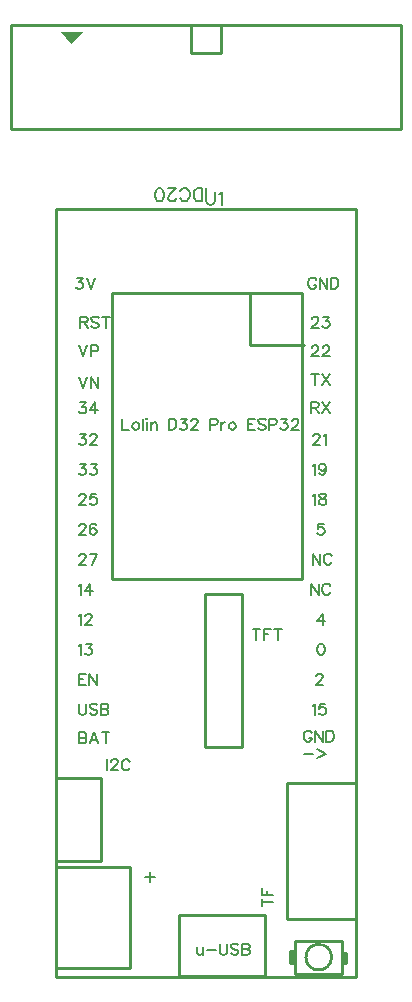
<source format=gto>
G04 Layer: TopSilkscreenLayer*
G04 EasyEDA v6.5.46, 2024-09-28 23:34:46*
G04 85c0222427234e8a8314e13dbd9b54d2,10*
G04 Gerber Generator version 0.2*
G04 Scale: 100 percent, Rotated: No, Reflected: No *
G04 Dimensions in millimeters *
G04 leading zeros omitted , absolute positions ,4 integer and 5 decimal *
%FSLAX45Y45*%
%MOMM*%

%ADD10C,0.1524*%
%ADD11C,0.2032*%
%ADD12C,0.2540*%
%ADD13C,0.2030*%

%LPD*%
D10*
X1485900Y-724915D02*
G01*
X1485900Y-615950D01*
X1451610Y-724915D02*
G01*
X1451610Y-615950D01*
X1451610Y-724915D02*
G01*
X1415287Y-724915D01*
X1399539Y-719836D01*
X1389379Y-709421D01*
X1384045Y-699007D01*
X1378965Y-683260D01*
X1378965Y-657352D01*
X1384045Y-641857D01*
X1389379Y-631444D01*
X1399539Y-621029D01*
X1415287Y-615950D01*
X1451610Y-615950D01*
X1266697Y-699007D02*
G01*
X1271778Y-709421D01*
X1282192Y-719836D01*
X1292605Y-724915D01*
X1313434Y-724915D01*
X1323847Y-719836D01*
X1334262Y-709421D01*
X1339342Y-699007D01*
X1344676Y-683260D01*
X1344676Y-657352D01*
X1339342Y-641857D01*
X1334262Y-631444D01*
X1323847Y-621029D01*
X1313434Y-615950D01*
X1292605Y-615950D01*
X1282192Y-621029D01*
X1271778Y-631444D01*
X1266697Y-641857D01*
X1227073Y-699007D02*
G01*
X1227073Y-704087D01*
X1221994Y-714502D01*
X1216660Y-719836D01*
X1206500Y-724915D01*
X1185671Y-724915D01*
X1175257Y-719836D01*
X1169923Y-714502D01*
X1164844Y-704087D01*
X1164844Y-693673D01*
X1169923Y-683260D01*
X1180337Y-667765D01*
X1232407Y-615950D01*
X1159510Y-615950D01*
X1094231Y-724915D02*
G01*
X1109726Y-719836D01*
X1120139Y-704087D01*
X1125220Y-678179D01*
X1125220Y-662686D01*
X1120139Y-636523D01*
X1109726Y-621029D01*
X1094231Y-615950D01*
X1083818Y-615950D01*
X1068070Y-621029D01*
X1057910Y-636523D01*
X1052576Y-662686D01*
X1052576Y-678179D01*
X1057910Y-704087D01*
X1068070Y-719836D01*
X1083818Y-724915D01*
X1094231Y-724915D01*
D11*
X1408739Y-7042912D02*
G01*
X1408739Y-7088378D01*
X1413311Y-7102094D01*
X1422455Y-7106665D01*
X1435917Y-7106665D01*
X1445061Y-7102094D01*
X1458777Y-7088378D01*
X1458777Y-7042912D02*
G01*
X1458777Y-7106665D01*
X1488749Y-7065518D02*
G01*
X1570537Y-7065518D01*
X1600509Y-7011162D02*
G01*
X1600509Y-7079234D01*
X1605081Y-7092950D01*
X1614225Y-7102094D01*
X1627941Y-7106665D01*
X1636831Y-7106665D01*
X1650547Y-7102094D01*
X1659691Y-7092950D01*
X1664263Y-7079234D01*
X1664263Y-7011162D01*
X1757735Y-7024623D02*
G01*
X1748845Y-7015734D01*
X1735129Y-7011162D01*
X1716841Y-7011162D01*
X1703379Y-7015734D01*
X1694235Y-7024623D01*
X1694235Y-7033768D01*
X1698807Y-7042912D01*
X1703379Y-7047484D01*
X1712269Y-7052055D01*
X1739701Y-7061200D01*
X1748845Y-7065518D01*
X1753163Y-7070089D01*
X1757735Y-7079234D01*
X1757735Y-7092950D01*
X1748845Y-7102094D01*
X1735129Y-7106665D01*
X1716841Y-7106665D01*
X1703379Y-7102094D01*
X1694235Y-7092950D01*
X1787707Y-7011162D02*
G01*
X1787707Y-7106665D01*
X1787707Y-7011162D02*
G01*
X1828855Y-7011162D01*
X1842317Y-7015734D01*
X1846889Y-7020305D01*
X1851461Y-7029195D01*
X1851461Y-7038339D01*
X1846889Y-7047484D01*
X1842317Y-7052055D01*
X1828855Y-7056628D01*
X1787707Y-7056628D02*
G01*
X1828855Y-7056628D01*
X1842317Y-7061200D01*
X1846889Y-7065518D01*
X1851461Y-7074662D01*
X1851461Y-7088378D01*
X1846889Y-7097521D01*
X1842317Y-7102094D01*
X1828855Y-7106665D01*
X1787707Y-7106665D01*
X773684Y-2566162D02*
G01*
X773684Y-2661665D01*
X773684Y-2661665D02*
G01*
X828294Y-2661665D01*
X881126Y-2597912D02*
G01*
X871981Y-2602484D01*
X862837Y-2611628D01*
X858265Y-2625089D01*
X858265Y-2634234D01*
X862837Y-2647950D01*
X871981Y-2657094D01*
X881126Y-2661665D01*
X894587Y-2661665D01*
X903731Y-2657094D01*
X912876Y-2647950D01*
X917447Y-2634234D01*
X917447Y-2625089D01*
X912876Y-2611628D01*
X903731Y-2602484D01*
X894587Y-2597912D01*
X881126Y-2597912D01*
X947420Y-2566162D02*
G01*
X947420Y-2661665D01*
X977392Y-2566162D02*
G01*
X981963Y-2570734D01*
X986536Y-2566162D01*
X981963Y-2561589D01*
X977392Y-2566162D01*
X981963Y-2597912D02*
G01*
X981963Y-2661665D01*
X1016507Y-2597912D02*
G01*
X1016507Y-2661665D01*
X1016507Y-2616200D02*
G01*
X1030223Y-2602484D01*
X1039113Y-2597912D01*
X1052829Y-2597912D01*
X1061973Y-2602484D01*
X1066545Y-2616200D01*
X1066545Y-2661665D01*
X1166368Y-2566162D02*
G01*
X1166368Y-2661665D01*
X1166368Y-2566162D02*
G01*
X1198371Y-2566162D01*
X1211834Y-2570734D01*
X1220978Y-2579623D01*
X1225550Y-2588768D01*
X1230121Y-2602484D01*
X1230121Y-2625089D01*
X1225550Y-2638805D01*
X1220978Y-2647950D01*
X1211834Y-2657094D01*
X1198371Y-2661665D01*
X1166368Y-2661665D01*
X1269237Y-2566162D02*
G01*
X1319276Y-2566162D01*
X1291844Y-2602484D01*
X1305560Y-2602484D01*
X1314704Y-2607055D01*
X1319276Y-2611628D01*
X1323847Y-2625089D01*
X1323847Y-2634234D01*
X1319276Y-2647950D01*
X1310131Y-2657094D01*
X1296415Y-2661665D01*
X1282954Y-2661665D01*
X1269237Y-2657094D01*
X1264665Y-2652521D01*
X1260094Y-2643378D01*
X1358392Y-2588768D02*
G01*
X1358392Y-2584195D01*
X1362710Y-2575305D01*
X1367281Y-2570734D01*
X1376426Y-2566162D01*
X1394713Y-2566162D01*
X1403857Y-2570734D01*
X1408176Y-2575305D01*
X1412747Y-2584195D01*
X1412747Y-2593339D01*
X1408176Y-2602484D01*
X1399286Y-2616200D01*
X1353820Y-2661665D01*
X1417320Y-2661665D01*
X1517395Y-2566162D02*
G01*
X1517395Y-2661665D01*
X1517395Y-2566162D02*
G01*
X1558289Y-2566162D01*
X1572005Y-2570734D01*
X1576578Y-2575305D01*
X1580895Y-2584195D01*
X1580895Y-2597912D01*
X1576578Y-2607055D01*
X1572005Y-2611628D01*
X1558289Y-2616200D01*
X1517395Y-2616200D01*
X1611121Y-2597912D02*
G01*
X1611121Y-2661665D01*
X1611121Y-2625089D02*
G01*
X1615439Y-2611628D01*
X1624584Y-2602484D01*
X1633728Y-2597912D01*
X1647444Y-2597912D01*
X1700021Y-2597912D02*
G01*
X1691131Y-2602484D01*
X1681987Y-2611628D01*
X1677415Y-2625089D01*
X1677415Y-2634234D01*
X1681987Y-2647950D01*
X1691131Y-2657094D01*
X1700021Y-2661665D01*
X1713737Y-2661665D01*
X1722881Y-2657094D01*
X1732026Y-2647950D01*
X1736344Y-2634234D01*
X1736344Y-2625089D01*
X1732026Y-2611628D01*
X1722881Y-2602484D01*
X1713737Y-2597912D01*
X1700021Y-2597912D01*
X1836420Y-2566162D02*
G01*
X1836420Y-2661665D01*
X1836420Y-2566162D02*
G01*
X1895602Y-2566162D01*
X1836420Y-2611628D02*
G01*
X1872742Y-2611628D01*
X1836420Y-2661665D02*
G01*
X1895602Y-2661665D01*
X1989074Y-2579623D02*
G01*
X1980184Y-2570734D01*
X1966468Y-2566162D01*
X1948179Y-2566162D01*
X1934718Y-2570734D01*
X1925573Y-2579623D01*
X1925573Y-2588768D01*
X1930145Y-2597912D01*
X1934718Y-2602484D01*
X1943861Y-2607055D01*
X1971040Y-2616200D01*
X1980184Y-2620518D01*
X1984756Y-2625089D01*
X1989074Y-2634234D01*
X1989074Y-2647950D01*
X1980184Y-2657094D01*
X1966468Y-2661665D01*
X1948179Y-2661665D01*
X1934718Y-2657094D01*
X1925573Y-2647950D01*
X2019300Y-2566162D02*
G01*
X2019300Y-2661665D01*
X2019300Y-2566162D02*
G01*
X2060193Y-2566162D01*
X2073656Y-2570734D01*
X2078227Y-2575305D01*
X2082800Y-2584195D01*
X2082800Y-2597912D01*
X2078227Y-2607055D01*
X2073656Y-2611628D01*
X2060193Y-2616200D01*
X2019300Y-2616200D01*
X2121915Y-2566162D02*
G01*
X2171954Y-2566162D01*
X2144522Y-2602484D01*
X2158238Y-2602484D01*
X2167381Y-2607055D01*
X2171954Y-2611628D01*
X2176525Y-2625089D01*
X2176525Y-2634234D01*
X2171954Y-2647950D01*
X2162809Y-2657094D01*
X2149093Y-2661665D01*
X2135631Y-2661665D01*
X2121915Y-2657094D01*
X2117343Y-2652521D01*
X2112772Y-2643378D01*
X2211070Y-2588768D02*
G01*
X2211070Y-2584195D01*
X2215641Y-2575305D01*
X2220213Y-2570734D01*
X2229104Y-2566162D01*
X2247391Y-2566162D01*
X2256536Y-2570734D01*
X2261108Y-2575305D01*
X2265679Y-2584195D01*
X2265679Y-2593339D01*
X2261108Y-2602484D01*
X2251963Y-2616200D01*
X2206497Y-2661665D01*
X2269997Y-2661665D01*
X1910389Y-4344162D02*
G01*
X1910389Y-4439665D01*
X1878639Y-4344162D02*
G01*
X1942393Y-4344162D01*
X1972365Y-4344162D02*
G01*
X1972365Y-4439665D01*
X1972365Y-4344162D02*
G01*
X2031293Y-4344162D01*
X1972365Y-4389628D02*
G01*
X2008687Y-4389628D01*
X2093269Y-4344162D02*
G01*
X2093269Y-4439665D01*
X2061265Y-4344162D02*
G01*
X2125019Y-4344162D01*
X646739Y-5449062D02*
G01*
X646739Y-5544565D01*
X681283Y-5471668D02*
G01*
X681283Y-5467095D01*
X685855Y-5458205D01*
X690427Y-5453634D01*
X699571Y-5449062D01*
X717605Y-5449062D01*
X726749Y-5453634D01*
X731321Y-5458205D01*
X735893Y-5467095D01*
X735893Y-5476239D01*
X731321Y-5485384D01*
X722177Y-5499100D01*
X676711Y-5544565D01*
X740465Y-5544565D01*
X838509Y-5471668D02*
G01*
X833937Y-5462523D01*
X825047Y-5453634D01*
X815903Y-5449062D01*
X797615Y-5449062D01*
X788471Y-5453634D01*
X779581Y-5462523D01*
X775009Y-5471668D01*
X770437Y-5485384D01*
X770437Y-5507989D01*
X775009Y-5521705D01*
X779581Y-5530850D01*
X788471Y-5539994D01*
X797615Y-5544565D01*
X815903Y-5544565D01*
X825047Y-5539994D01*
X833937Y-5530850D01*
X838509Y-5521705D01*
X1955601Y-6661150D02*
G01*
X2051105Y-6661150D01*
X1955601Y-6692900D02*
G01*
X1955601Y-6629145D01*
X1955601Y-6599173D02*
G01*
X2051105Y-6599173D01*
X1955601Y-6599173D02*
G01*
X1955601Y-6540245D01*
X2001067Y-6599173D02*
G01*
X2001067Y-6562852D01*
X965763Y-6448805D02*
G01*
X1047805Y-6448805D01*
X1006657Y-6489700D02*
G01*
X1006657Y-6407912D01*
X2416611Y-1394968D02*
G01*
X2412293Y-1385823D01*
X2403149Y-1376934D01*
X2394005Y-1372362D01*
X2375717Y-1372362D01*
X2366827Y-1376934D01*
X2357683Y-1385823D01*
X2353111Y-1394968D01*
X2348539Y-1408684D01*
X2348539Y-1431289D01*
X2353111Y-1445005D01*
X2357683Y-1454150D01*
X2366827Y-1463294D01*
X2375717Y-1467865D01*
X2394005Y-1467865D01*
X2403149Y-1463294D01*
X2412293Y-1454150D01*
X2416611Y-1445005D01*
X2416611Y-1431289D01*
X2394005Y-1431289D02*
G01*
X2416611Y-1431289D01*
X2446837Y-1372362D02*
G01*
X2446837Y-1467865D01*
X2446837Y-1372362D02*
G01*
X2510337Y-1467865D01*
X2510337Y-1372362D02*
G01*
X2510337Y-1467865D01*
X2540309Y-1372362D02*
G01*
X2540309Y-1467865D01*
X2540309Y-1372362D02*
G01*
X2572059Y-1372362D01*
X2585775Y-1376934D01*
X2594919Y-1385823D01*
X2599491Y-1394968D01*
X2604063Y-1408684D01*
X2604063Y-1431289D01*
X2599491Y-1445005D01*
X2594919Y-1454150D01*
X2585775Y-1463294D01*
X2572059Y-1467865D01*
X2540309Y-1467865D01*
X2378511Y-1725168D02*
G01*
X2378511Y-1720595D01*
X2383083Y-1711705D01*
X2387655Y-1707134D01*
X2396545Y-1702562D01*
X2414833Y-1702562D01*
X2423977Y-1707134D01*
X2428549Y-1711705D01*
X2433121Y-1720595D01*
X2433121Y-1729739D01*
X2428549Y-1738884D01*
X2419405Y-1752600D01*
X2373939Y-1798065D01*
X2437693Y-1798065D01*
X2476555Y-1702562D02*
G01*
X2526593Y-1702562D01*
X2499415Y-1738884D01*
X2513131Y-1738884D01*
X2522021Y-1743455D01*
X2526593Y-1748028D01*
X2531165Y-1761489D01*
X2531165Y-1770634D01*
X2526593Y-1784350D01*
X2517449Y-1793494D01*
X2503987Y-1798065D01*
X2490271Y-1798065D01*
X2476555Y-1793494D01*
X2472237Y-1788921D01*
X2467665Y-1779778D01*
X2378511Y-1966468D02*
G01*
X2378511Y-1961895D01*
X2383083Y-1953005D01*
X2387655Y-1948434D01*
X2396545Y-1943862D01*
X2414833Y-1943862D01*
X2423977Y-1948434D01*
X2428549Y-1953005D01*
X2433121Y-1961895D01*
X2433121Y-1971039D01*
X2428549Y-1980184D01*
X2419405Y-1993900D01*
X2373939Y-2039365D01*
X2437693Y-2039365D01*
X2472237Y-1966468D02*
G01*
X2472237Y-1961895D01*
X2476555Y-1953005D01*
X2481127Y-1948434D01*
X2490271Y-1943862D01*
X2508559Y-1943862D01*
X2517449Y-1948434D01*
X2522021Y-1953005D01*
X2526593Y-1961895D01*
X2526593Y-1971039D01*
X2522021Y-1980184D01*
X2513131Y-1993900D01*
X2467665Y-2039365D01*
X2531165Y-2039365D01*
X2405689Y-2185162D02*
G01*
X2405689Y-2280665D01*
X2373939Y-2185162D02*
G01*
X2437693Y-2185162D01*
X2467665Y-2185162D02*
G01*
X2531165Y-2280665D01*
X2531165Y-2185162D02*
G01*
X2467665Y-2280665D01*
X2373939Y-2426462D02*
G01*
X2373939Y-2521965D01*
X2373939Y-2426462D02*
G01*
X2414833Y-2426462D01*
X2428549Y-2431034D01*
X2433121Y-2435605D01*
X2437693Y-2444495D01*
X2437693Y-2453639D01*
X2433121Y-2462784D01*
X2428549Y-2467355D01*
X2414833Y-2471928D01*
X2373939Y-2471928D01*
X2405689Y-2471928D02*
G01*
X2437693Y-2521965D01*
X2467665Y-2426462D02*
G01*
X2531165Y-2521965D01*
X2531165Y-2426462D02*
G01*
X2467665Y-2521965D01*
X2391211Y-2715768D02*
G01*
X2391211Y-2711195D01*
X2395783Y-2702305D01*
X2400355Y-2697734D01*
X2409245Y-2693162D01*
X2427533Y-2693162D01*
X2436677Y-2697734D01*
X2441249Y-2702305D01*
X2445821Y-2711195D01*
X2445821Y-2720339D01*
X2441249Y-2729484D01*
X2432105Y-2743200D01*
X2386639Y-2788665D01*
X2450393Y-2788665D01*
X2480365Y-2711195D02*
G01*
X2489255Y-2706623D01*
X2502971Y-2693162D01*
X2502971Y-2788665D01*
X2386639Y-2965195D02*
G01*
X2395783Y-2960623D01*
X2409245Y-2947162D01*
X2409245Y-3042665D01*
X2498399Y-2978912D02*
G01*
X2493827Y-2992628D01*
X2484937Y-3001518D01*
X2471221Y-3006089D01*
X2466649Y-3006089D01*
X2452933Y-3001518D01*
X2443789Y-2992628D01*
X2439471Y-2978912D01*
X2439471Y-2974339D01*
X2443789Y-2960623D01*
X2452933Y-2951734D01*
X2466649Y-2947162D01*
X2471221Y-2947162D01*
X2484937Y-2951734D01*
X2493827Y-2960623D01*
X2498399Y-2978912D01*
X2498399Y-3001518D01*
X2493827Y-3024378D01*
X2484937Y-3038094D01*
X2471221Y-3042665D01*
X2462077Y-3042665D01*
X2448361Y-3038094D01*
X2443789Y-3028950D01*
X2386639Y-3219195D02*
G01*
X2395783Y-3214623D01*
X2409245Y-3201162D01*
X2409245Y-3296665D01*
X2462077Y-3201162D02*
G01*
X2448361Y-3205734D01*
X2443789Y-3214623D01*
X2443789Y-3223768D01*
X2448361Y-3232912D01*
X2457505Y-3237484D01*
X2475793Y-3242055D01*
X2489255Y-3246628D01*
X2498399Y-3255518D01*
X2502971Y-3264662D01*
X2502971Y-3278378D01*
X2498399Y-3287521D01*
X2493827Y-3292094D01*
X2480365Y-3296665D01*
X2462077Y-3296665D01*
X2448361Y-3292094D01*
X2443789Y-3287521D01*
X2439471Y-3278378D01*
X2439471Y-3264662D01*
X2443789Y-3255518D01*
X2452933Y-3246628D01*
X2466649Y-3242055D01*
X2484937Y-3237484D01*
X2493827Y-3232912D01*
X2498399Y-3223768D01*
X2498399Y-3214623D01*
X2493827Y-3205734D01*
X2480365Y-3201162D01*
X2462077Y-3201162D01*
X2479349Y-3455162D02*
G01*
X2433883Y-3455162D01*
X2429311Y-3496055D01*
X2433883Y-3491484D01*
X2447345Y-3486912D01*
X2461061Y-3486912D01*
X2474777Y-3491484D01*
X2483921Y-3500628D01*
X2488493Y-3514089D01*
X2488493Y-3523234D01*
X2483921Y-3536950D01*
X2474777Y-3546094D01*
X2461061Y-3550665D01*
X2447345Y-3550665D01*
X2433883Y-3546094D01*
X2429311Y-3541521D01*
X2424739Y-3532378D01*
X2386639Y-3709162D02*
G01*
X2386639Y-3804665D01*
X2386639Y-3709162D02*
G01*
X2450393Y-3804665D01*
X2450393Y-3709162D02*
G01*
X2450393Y-3804665D01*
X2548437Y-3731768D02*
G01*
X2543865Y-3722623D01*
X2534721Y-3713734D01*
X2525831Y-3709162D01*
X2507543Y-3709162D01*
X2498399Y-3713734D01*
X2489255Y-3722623D01*
X2484937Y-3731768D01*
X2480365Y-3745484D01*
X2480365Y-3768089D01*
X2484937Y-3781805D01*
X2489255Y-3790950D01*
X2498399Y-3800094D01*
X2507543Y-3804665D01*
X2525831Y-3804665D01*
X2534721Y-3800094D01*
X2543865Y-3790950D01*
X2548437Y-3781805D01*
X2373939Y-3963162D02*
G01*
X2373939Y-4058665D01*
X2373939Y-3963162D02*
G01*
X2437693Y-4058665D01*
X2437693Y-3963162D02*
G01*
X2437693Y-4058665D01*
X2535737Y-3985768D02*
G01*
X2531165Y-3976623D01*
X2522021Y-3967734D01*
X2513131Y-3963162D01*
X2494843Y-3963162D01*
X2485699Y-3967734D01*
X2476555Y-3976623D01*
X2472237Y-3985768D01*
X2467665Y-3999484D01*
X2467665Y-4022089D01*
X2472237Y-4035805D01*
X2476555Y-4044950D01*
X2485699Y-4054094D01*
X2494843Y-4058665D01*
X2513131Y-4058665D01*
X2522021Y-4054094D01*
X2531165Y-4044950D01*
X2535737Y-4035805D01*
X2470205Y-4217162D02*
G01*
X2424739Y-4280662D01*
X2492811Y-4280662D01*
X2470205Y-4217162D02*
G01*
X2470205Y-4312665D01*
X2451917Y-4471162D02*
G01*
X2438455Y-4475734D01*
X2429311Y-4489195D01*
X2424739Y-4512055D01*
X2424739Y-4525518D01*
X2429311Y-4548378D01*
X2438455Y-4562094D01*
X2451917Y-4566665D01*
X2461061Y-4566665D01*
X2474777Y-4562094D01*
X2483921Y-4548378D01*
X2488493Y-4525518D01*
X2488493Y-4512055D01*
X2483921Y-4489195D01*
X2474777Y-4475734D01*
X2461061Y-4471162D01*
X2451917Y-4471162D01*
X2416611Y-4747768D02*
G01*
X2416611Y-4743195D01*
X2421183Y-4734305D01*
X2425755Y-4729734D01*
X2434645Y-4725162D01*
X2452933Y-4725162D01*
X2462077Y-4729734D01*
X2466649Y-4734305D01*
X2471221Y-4743195D01*
X2471221Y-4752339D01*
X2466649Y-4761484D01*
X2457505Y-4775200D01*
X2412039Y-4820665D01*
X2475793Y-4820665D01*
X2386639Y-4997195D02*
G01*
X2395783Y-4992623D01*
X2409245Y-4979162D01*
X2409245Y-5074665D01*
X2493827Y-4979162D02*
G01*
X2448361Y-4979162D01*
X2443789Y-5020055D01*
X2448361Y-5015484D01*
X2462077Y-5010912D01*
X2475793Y-5010912D01*
X2489255Y-5015484D01*
X2498399Y-5024628D01*
X2502971Y-5038089D01*
X2502971Y-5047234D01*
X2498399Y-5060950D01*
X2489255Y-5070094D01*
X2475793Y-5074665D01*
X2462077Y-5074665D01*
X2448361Y-5070094D01*
X2443789Y-5065521D01*
X2439471Y-5056378D01*
X2378511Y-5230368D02*
G01*
X2374193Y-5221223D01*
X2365049Y-5212334D01*
X2355905Y-5207762D01*
X2337617Y-5207762D01*
X2328727Y-5212334D01*
X2319583Y-5221223D01*
X2315011Y-5230368D01*
X2310439Y-5244084D01*
X2310439Y-5266689D01*
X2315011Y-5280405D01*
X2319583Y-5289550D01*
X2328727Y-5298694D01*
X2337617Y-5303265D01*
X2355905Y-5303265D01*
X2365049Y-5298694D01*
X2374193Y-5289550D01*
X2378511Y-5280405D01*
X2378511Y-5266689D01*
X2355905Y-5266689D02*
G01*
X2378511Y-5266689D01*
X2408737Y-5207762D02*
G01*
X2408737Y-5303265D01*
X2408737Y-5207762D02*
G01*
X2472237Y-5303265D01*
X2472237Y-5207762D02*
G01*
X2472237Y-5303265D01*
X2502209Y-5207762D02*
G01*
X2502209Y-5303265D01*
X2502209Y-5207762D02*
G01*
X2533959Y-5207762D01*
X2547675Y-5212334D01*
X2556819Y-5221223D01*
X2561391Y-5230368D01*
X2565963Y-5244084D01*
X2565963Y-5266689D01*
X2561391Y-5280405D01*
X2556819Y-5289550D01*
X2547675Y-5298694D01*
X2533959Y-5303265D01*
X2502209Y-5303265D01*
X2310439Y-5401818D02*
G01*
X2392227Y-5401818D01*
X2422199Y-5360923D02*
G01*
X2495097Y-5401818D01*
X2422199Y-5442965D01*
X389183Y-1372362D02*
G01*
X439221Y-1372362D01*
X411789Y-1408684D01*
X425505Y-1408684D01*
X434649Y-1413255D01*
X439221Y-1417828D01*
X443793Y-1431289D01*
X443793Y-1440434D01*
X439221Y-1454150D01*
X430077Y-1463294D01*
X416361Y-1467865D01*
X402645Y-1467865D01*
X389183Y-1463294D01*
X384611Y-1458721D01*
X380039Y-1449578D01*
X473765Y-1372362D02*
G01*
X510087Y-1467865D01*
X546409Y-1372362D02*
G01*
X510087Y-1467865D01*
X418139Y-1702562D02*
G01*
X418139Y-1798065D01*
X418139Y-1702562D02*
G01*
X459033Y-1702562D01*
X472749Y-1707134D01*
X477321Y-1711705D01*
X481893Y-1720595D01*
X481893Y-1729739D01*
X477321Y-1738884D01*
X472749Y-1743455D01*
X459033Y-1748028D01*
X418139Y-1748028D01*
X449889Y-1748028D02*
G01*
X481893Y-1798065D01*
X575365Y-1716023D02*
G01*
X566221Y-1707134D01*
X552759Y-1702562D01*
X534471Y-1702562D01*
X520755Y-1707134D01*
X511865Y-1716023D01*
X511865Y-1725168D01*
X516437Y-1734312D01*
X520755Y-1738884D01*
X529899Y-1743455D01*
X557331Y-1752600D01*
X566221Y-1756918D01*
X570793Y-1761489D01*
X575365Y-1770634D01*
X575365Y-1784350D01*
X566221Y-1793494D01*
X552759Y-1798065D01*
X534471Y-1798065D01*
X520755Y-1793494D01*
X511865Y-1784350D01*
X637341Y-1702562D02*
G01*
X637341Y-1798065D01*
X605337Y-1702562D02*
G01*
X669091Y-1702562D01*
X405439Y-1943862D02*
G01*
X441761Y-2039365D01*
X478083Y-1943862D02*
G01*
X441761Y-2039365D01*
X508055Y-1943862D02*
G01*
X508055Y-2039365D01*
X508055Y-1943862D02*
G01*
X548949Y-1943862D01*
X562665Y-1948434D01*
X567237Y-1953005D01*
X571809Y-1961895D01*
X571809Y-1975612D01*
X567237Y-1984755D01*
X562665Y-1989328D01*
X548949Y-1993900D01*
X508055Y-1993900D01*
X405439Y-2210562D02*
G01*
X441761Y-2306065D01*
X478083Y-2210562D02*
G01*
X441761Y-2306065D01*
X508055Y-2210562D02*
G01*
X508055Y-2306065D01*
X508055Y-2210562D02*
G01*
X571809Y-2306065D01*
X571809Y-2210562D02*
G01*
X571809Y-2306065D01*
X414583Y-2426462D02*
G01*
X464621Y-2426462D01*
X437189Y-2462784D01*
X450905Y-2462784D01*
X460049Y-2467355D01*
X464621Y-2471928D01*
X469193Y-2485389D01*
X469193Y-2494534D01*
X464621Y-2508250D01*
X455477Y-2517394D01*
X441761Y-2521965D01*
X428045Y-2521965D01*
X414583Y-2517394D01*
X410011Y-2512821D01*
X405439Y-2503678D01*
X544631Y-2426462D02*
G01*
X499165Y-2489962D01*
X567237Y-2489962D01*
X544631Y-2426462D02*
G01*
X544631Y-2521965D01*
X414583Y-2693162D02*
G01*
X464621Y-2693162D01*
X437189Y-2729484D01*
X450905Y-2729484D01*
X460049Y-2734055D01*
X464621Y-2738628D01*
X469193Y-2752089D01*
X469193Y-2761234D01*
X464621Y-2774950D01*
X455477Y-2784094D01*
X441761Y-2788665D01*
X428045Y-2788665D01*
X414583Y-2784094D01*
X410011Y-2779521D01*
X405439Y-2770378D01*
X503737Y-2715768D02*
G01*
X503737Y-2711195D01*
X508055Y-2702305D01*
X512627Y-2697734D01*
X521771Y-2693162D01*
X540059Y-2693162D01*
X548949Y-2697734D01*
X553521Y-2702305D01*
X558093Y-2711195D01*
X558093Y-2720339D01*
X553521Y-2729484D01*
X544631Y-2743200D01*
X499165Y-2788665D01*
X562665Y-2788665D01*
X414583Y-2947162D02*
G01*
X464621Y-2947162D01*
X437189Y-2983484D01*
X450905Y-2983484D01*
X460049Y-2988055D01*
X464621Y-2992628D01*
X469193Y-3006089D01*
X469193Y-3015234D01*
X464621Y-3028950D01*
X455477Y-3038094D01*
X441761Y-3042665D01*
X428045Y-3042665D01*
X414583Y-3038094D01*
X410011Y-3033521D01*
X405439Y-3024378D01*
X508055Y-2947162D02*
G01*
X558093Y-2947162D01*
X530915Y-2983484D01*
X544631Y-2983484D01*
X553521Y-2988055D01*
X558093Y-2992628D01*
X562665Y-3006089D01*
X562665Y-3015234D01*
X558093Y-3028950D01*
X548949Y-3038094D01*
X535487Y-3042665D01*
X521771Y-3042665D01*
X508055Y-3038094D01*
X503737Y-3033521D01*
X499165Y-3024378D01*
X410011Y-3223768D02*
G01*
X410011Y-3219195D01*
X414583Y-3210305D01*
X419155Y-3205734D01*
X428045Y-3201162D01*
X446333Y-3201162D01*
X455477Y-3205734D01*
X460049Y-3210305D01*
X464621Y-3219195D01*
X464621Y-3228339D01*
X460049Y-3237484D01*
X450905Y-3251200D01*
X405439Y-3296665D01*
X469193Y-3296665D01*
X553521Y-3201162D02*
G01*
X508055Y-3201162D01*
X503737Y-3242055D01*
X508055Y-3237484D01*
X521771Y-3232912D01*
X535487Y-3232912D01*
X548949Y-3237484D01*
X558093Y-3246628D01*
X562665Y-3260089D01*
X562665Y-3269234D01*
X558093Y-3282950D01*
X548949Y-3292094D01*
X535487Y-3296665D01*
X521771Y-3296665D01*
X508055Y-3292094D01*
X503737Y-3287521D01*
X499165Y-3278378D01*
X410011Y-3477768D02*
G01*
X410011Y-3473195D01*
X414583Y-3464305D01*
X419155Y-3459734D01*
X428045Y-3455162D01*
X446333Y-3455162D01*
X455477Y-3459734D01*
X460049Y-3464305D01*
X464621Y-3473195D01*
X464621Y-3482339D01*
X460049Y-3491484D01*
X450905Y-3505200D01*
X405439Y-3550665D01*
X469193Y-3550665D01*
X553521Y-3468623D02*
G01*
X548949Y-3459734D01*
X535487Y-3455162D01*
X526343Y-3455162D01*
X512627Y-3459734D01*
X503737Y-3473195D01*
X499165Y-3496055D01*
X499165Y-3518662D01*
X503737Y-3536950D01*
X512627Y-3546094D01*
X526343Y-3550665D01*
X530915Y-3550665D01*
X544631Y-3546094D01*
X553521Y-3536950D01*
X558093Y-3523234D01*
X558093Y-3518662D01*
X553521Y-3505200D01*
X544631Y-3496055D01*
X530915Y-3491484D01*
X526343Y-3491484D01*
X512627Y-3496055D01*
X503737Y-3505200D01*
X499165Y-3518662D01*
X410011Y-3731768D02*
G01*
X410011Y-3727195D01*
X414583Y-3718305D01*
X419155Y-3713734D01*
X428045Y-3709162D01*
X446333Y-3709162D01*
X455477Y-3713734D01*
X460049Y-3718305D01*
X464621Y-3727195D01*
X464621Y-3736339D01*
X460049Y-3745484D01*
X450905Y-3759200D01*
X405439Y-3804665D01*
X469193Y-3804665D01*
X562665Y-3709162D02*
G01*
X517199Y-3804665D01*
X499165Y-3709162D02*
G01*
X562665Y-3709162D01*
X405439Y-3981195D02*
G01*
X414583Y-3976623D01*
X428045Y-3963162D01*
X428045Y-4058665D01*
X503737Y-3963162D02*
G01*
X458271Y-4026662D01*
X526343Y-4026662D01*
X503737Y-3963162D02*
G01*
X503737Y-4058665D01*
X405439Y-4235195D02*
G01*
X414583Y-4230623D01*
X428045Y-4217162D01*
X428045Y-4312665D01*
X462589Y-4239768D02*
G01*
X462589Y-4235195D01*
X467161Y-4226305D01*
X471733Y-4221734D01*
X480877Y-4217162D01*
X499165Y-4217162D01*
X508055Y-4221734D01*
X512627Y-4226305D01*
X517199Y-4235195D01*
X517199Y-4244339D01*
X512627Y-4253484D01*
X503737Y-4267200D01*
X458271Y-4312665D01*
X521771Y-4312665D01*
X405439Y-4489195D02*
G01*
X414583Y-4484623D01*
X428045Y-4471162D01*
X428045Y-4566665D01*
X467161Y-4471162D02*
G01*
X517199Y-4471162D01*
X490021Y-4507484D01*
X503737Y-4507484D01*
X512627Y-4512055D01*
X517199Y-4516628D01*
X521771Y-4530089D01*
X521771Y-4539234D01*
X517199Y-4552950D01*
X508055Y-4562094D01*
X494593Y-4566665D01*
X480877Y-4566665D01*
X467161Y-4562094D01*
X462589Y-4557521D01*
X458271Y-4548378D01*
X405439Y-4725162D02*
G01*
X405439Y-4820665D01*
X405439Y-4725162D02*
G01*
X464621Y-4725162D01*
X405439Y-4770628D02*
G01*
X441761Y-4770628D01*
X405439Y-4820665D02*
G01*
X464621Y-4820665D01*
X494593Y-4725162D02*
G01*
X494593Y-4820665D01*
X494593Y-4725162D02*
G01*
X558093Y-4820665D01*
X558093Y-4725162D02*
G01*
X558093Y-4820665D01*
X405439Y-4979162D02*
G01*
X405439Y-5047234D01*
X410011Y-5060950D01*
X419155Y-5070094D01*
X432617Y-5074665D01*
X441761Y-5074665D01*
X455477Y-5070094D01*
X464621Y-5060950D01*
X469193Y-5047234D01*
X469193Y-4979162D01*
X562665Y-4992623D02*
G01*
X553521Y-4983734D01*
X540059Y-4979162D01*
X521771Y-4979162D01*
X508055Y-4983734D01*
X499165Y-4992623D01*
X499165Y-5001768D01*
X503737Y-5010912D01*
X508055Y-5015484D01*
X517199Y-5020055D01*
X544631Y-5029200D01*
X553521Y-5033518D01*
X558093Y-5038089D01*
X562665Y-5047234D01*
X562665Y-5060950D01*
X553521Y-5070094D01*
X540059Y-5074665D01*
X521771Y-5074665D01*
X508055Y-5070094D01*
X499165Y-5060950D01*
X592637Y-4979162D02*
G01*
X592637Y-5074665D01*
X592637Y-4979162D02*
G01*
X633531Y-4979162D01*
X647247Y-4983734D01*
X651819Y-4988305D01*
X656391Y-4997195D01*
X656391Y-5006339D01*
X651819Y-5015484D01*
X647247Y-5020055D01*
X633531Y-5024628D01*
X592637Y-5024628D02*
G01*
X633531Y-5024628D01*
X647247Y-5029200D01*
X651819Y-5033518D01*
X656391Y-5042662D01*
X656391Y-5056378D01*
X651819Y-5065521D01*
X647247Y-5070094D01*
X633531Y-5074665D01*
X592637Y-5074665D01*
X405439Y-5220462D02*
G01*
X405439Y-5315965D01*
X405439Y-5220462D02*
G01*
X446333Y-5220462D01*
X460049Y-5225034D01*
X464621Y-5229605D01*
X469193Y-5238495D01*
X469193Y-5247639D01*
X464621Y-5256784D01*
X460049Y-5261355D01*
X446333Y-5265928D01*
X405439Y-5265928D02*
G01*
X446333Y-5265928D01*
X460049Y-5270500D01*
X464621Y-5274818D01*
X469193Y-5283962D01*
X469193Y-5297678D01*
X464621Y-5306821D01*
X460049Y-5311394D01*
X446333Y-5315965D01*
X405439Y-5315965D01*
X535487Y-5220462D02*
G01*
X499165Y-5315965D01*
X535487Y-5220462D02*
G01*
X571809Y-5315965D01*
X512627Y-5283962D02*
G01*
X558093Y-5283962D01*
X633531Y-5220462D02*
G01*
X633531Y-5315965D01*
X601781Y-5220462D02*
G01*
X665535Y-5220462D01*
D10*
X1484939Y-646684D02*
G01*
X1484939Y-724662D01*
X1490019Y-740155D01*
X1500433Y-750570D01*
X1516181Y-755650D01*
X1526595Y-755650D01*
X1542089Y-750570D01*
X1552503Y-740155D01*
X1557583Y-724662D01*
X1557583Y-646684D01*
X1591873Y-667512D02*
G01*
X1602287Y-662178D01*
X1618035Y-646684D01*
X1618035Y-755650D01*
G36*
X254000Y711200D02*
G01*
X342900Y609600D01*
X444500Y711200D01*
G37*
D12*
X1606318Y767397D02*
G01*
X1606318Y533397D01*
X1358897Y533397D01*
X1358897Y767397D01*
X-164099Y767397D02*
G01*
X-164099Y-114300D01*
X3135894Y767397D02*
G01*
X3135894Y-114300D01*
X-165100Y-114300D01*
X-164099Y767397D02*
G01*
X3135894Y767397D01*
X1853239Y-1498600D02*
G01*
X1853239Y-1943100D01*
X2310439Y-1943100D01*
D13*
X2754939Y-5524500D02*
G01*
X2754939Y-1651000D01*
D12*
X214939Y-789812D02*
G01*
X2754939Y-789812D01*
X2754939Y-7289825D01*
X214939Y-7289825D01*
X214939Y-789812D01*
X2234239Y-6985000D02*
G01*
X2634239Y-6985000D01*
X2634239Y-7265009D01*
X2234239Y-7265009D01*
X2234239Y-6985000D01*
X2640639Y-7086600D02*
G01*
X2666039Y-7086600D01*
X2666039Y-7175500D01*
X2640639Y-7175500D01*
X2640639Y-7086600D01*
X2196139Y-7073900D02*
G01*
X2221539Y-7073900D01*
X2221539Y-7175500D01*
X2196139Y-7175500D01*
X2196139Y-7073900D01*
X1256339Y-6769100D02*
G01*
X1983948Y-6769100D01*
X1983948Y-7283805D01*
X1256339Y-7283805D01*
X1256339Y-6769100D01*
X2170739Y-5651500D02*
G01*
X2756946Y-5651500D01*
X2756946Y-6805091D01*
X2170739Y-6805091D01*
X2170739Y-5651500D01*
X214939Y-6362700D02*
G01*
X838840Y-6362700D01*
X838840Y-7217511D01*
X214939Y-7217511D01*
X214939Y-6362700D01*
X213847Y-5604611D02*
G01*
X597057Y-5604611D01*
X597057Y-6308013D01*
X213847Y-6308013D01*
X213847Y-5604611D01*
X1472239Y-4051300D02*
G01*
X1784151Y-4051300D01*
X1784151Y-5346801D01*
X1472239Y-5346801D01*
X1472239Y-4051300D01*
X684839Y-1498600D02*
G01*
X2297943Y-1498600D01*
X2297943Y-3925011D01*
X684839Y-3925011D01*
X684839Y-1498600D01*
G75*
G01
X2545949Y-7124700D02*
G03X2545949Y-7124700I-108509J0D01*
M02*

</source>
